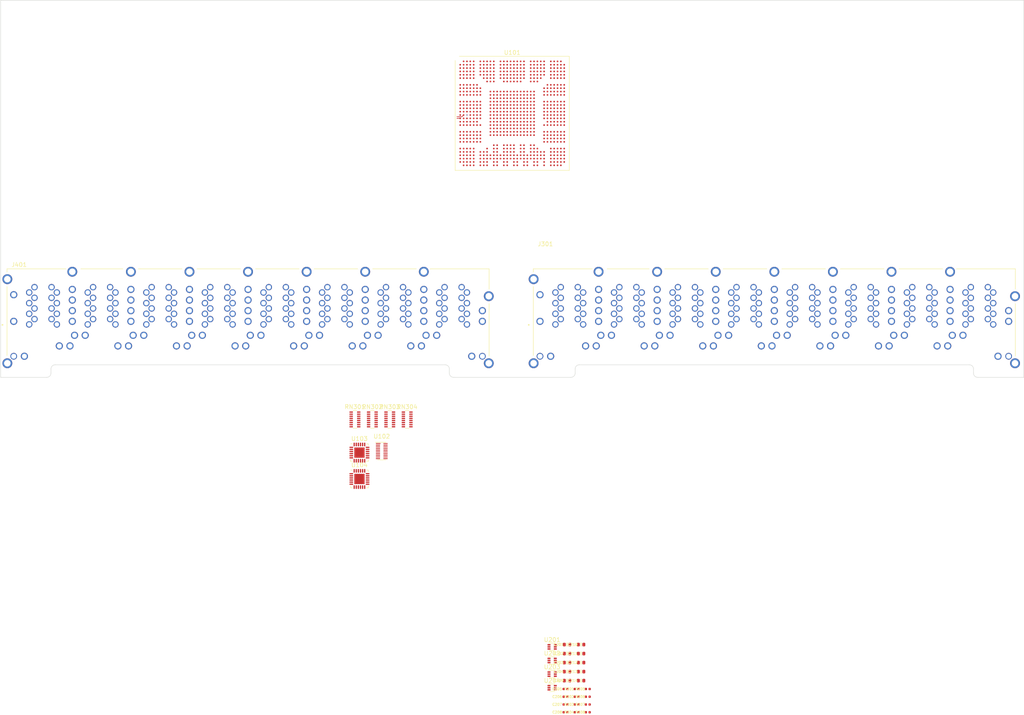
<source format=kicad_pcb>
(kicad_pcb (version 20221018) (generator pcbnew)
  (layers (0 "F.Cu" signal) (1 "In1.Cu" signal) (2 "In2.Cu" signal) (3 "In3.Cu" signal) (4 "In4.Cu" signal) (31 "B.Cu" signal) (34 "B.Paste" user) (35 "F.Paste" user) (36 "B.SilkS" user "B.Silkscreen") (37 "F.SilkS" user "F.Silkscreen") (38 "B.Mask" user) (39 "F.Mask" user) (44 "Edge.Cuts" user))
  (net 0 "")
  (net 1 "Net-(U101G-VCCIO6[4]-PadAA10)")
  (net 2 "GND")
  (net 3 "Net-(U101E-VCCIO3[4]-PadAA23)")
  (net 4 "Net-(U101I-VCCIO8[2]-PadAB10)")
  (net 5 "Net-(U101F-VCCIO4[2]-PadAB23)")
  (net 53 "Net-(U101B-VCCIO0[4]-PadK12)")
  (net 54 "Net-(U101C-VCCIO1[4]-PadK17)")
  (net 57 "Net-(U101H-VCCIO7[4]-PadM10)")
  (net 58 "Net-(U101D-VCCIO2[4]-PadM23)")
  (net 63 "+5V")
  (net 76 "+1V1")
  (net 77 "/Power/FB_1V1")
  (net 78 "+1V5")
  (net 79 "/Power/FB_1V5")
  (net 80 "+2V5")
  (net 81 "/Power/FB_2V5")
  (net 82 "+3V3")
  (net 83 "/Power/FB_3V3")
  (net 244 "/PORT1")
  (net 245 "/PORT2")
  (net 246 "/PORT6")
  (net 247 "/PORT4")
  (net 248 "/PORT5")
  (net 249 "/PORT7")
  (net 250 "/PORT3")
  (net 251 "Net-(U201-SW)")
  (net 253 "Net-(U202-SW)")
  (net 255 "Net-(U203-SW)")
  (net 257 "Net-(U204-SW)")
  (net 427 "/Input Port/LED_Y_1")
  (net 428 "/Input Port/LED_Y_2")
  (net 429 "/Input Port/LED_Y_3")
  (net 430 "/Input Port/LED_Y_4")
  (net 431 "/Input Port/LED_Y_5")
  (net 432 "/Input Port/LED_Y_6")
  (net 433 "/Input Port/LED_Y_7")
  (net 434 "/Input Port/LED_Y_8")
  (net 443 "/Input Port/LED_Y_9")
  (net 444 "/Input Port/LED_Y_10")
  (net 445 "/Input Port/LED_Y_11")
  (net 446 "/Input Port/LED_Y_12")
  (net 447 "/Input Port/LED_Y_13")
  (net 448 "/Input Port/LED_Y_14")
  (net 449 "/Input Port/LED_Y_15")
  (net 450 "/Input Port/LED_Y_16")
  (net 459 "/Input Port/LED_G_1")
  (net 460 "/Input Port/LED_G_2")
  (net 461 "/Input Port/LED_G_3")
  (net 462 "/Input Port/LED_G_4")
  (net 463 "/Input Port/LED_G_5")
  (net 464 "/Input Port/LED_G_6")
  (net 465 "/Input Port/LED_G_7")
  (net 466 "/Input Port/LED_G_8")
  (net 475 "/Input Port/LED_G_9")
  (net 476 "/Input Port/LED_G_10")
  (net 477 "/Input Port/LED_G_11")
  (net 478 "/Input Port/LED_G_12")
  (net 479 "/Input Port/LED_G_13")
  (net 480 "/Input Port/LED_G_14")
  (net 481 "/Input Port/LED_G_15")
  (net 482 "/Input Port/LED_G_16")
  (footprint "Package_SON:USON-20_2x4mm_P0.4mm" (layer "F.Cu") (at 118.8825 170.59)
    (fp_text reference "U102")
    (fp_text value "TXB0108DQSR")
  )
  (footprint "passive:C_0402" (layer "F.Cu") (at 162.716 227.371)
    (fp_text reference "C205")
    (fp_text value "10p")
  )
  (footprint "passive:C_0603" (layer "F.Cu") (at 166.416 223.221)
    (fp_text reference "C213")
    (fp_text value "22u")
  )
  (footprint "connectors:BEL_SS-74500-022" (layer "F.Cu") (at 87 150)
    (fp_text reference "J401")
    (fp_text value "SS-74500-022")
  )
  (footprint "passive:R_0402" (layer "F.Cu") (at 168.016 231.071)
    (fp_text reference "R207")
    (fp_text value "365k")
  )
  (footprint "Resistor_SMD:R_Array_Convex_8x0602" (layer "F.Cu") (at 116.6425 163.04)
    (fp_text reference "RN302")
    (fp_text value "1k")
  )
  (footprint "Package_TO_SOT_SMD:SOT-563" (layer "F.Cu") (at 159.516 223.821)
    (fp_text reference "U203")
    (fp_text value "TLV62569DRL")
  )
  (footprint "passive:C_0603" (layer "F.Cu") (at 163.066 216.771)
    (fp_text reference "C201")
    (fp_text value "4.7u")
  )
  (footprint "Resistor_SMD:R_Array_Convex_8x0602" (layer "F.Cu") (at 112.4925 163.04)
    (fp_text reference "RN301")
    (fp_text value "1k")
  )
  (footprint "Package_TO_SOT_SMD:SOT-563" (layer "F.Cu") (at 159.516 217.321)
    (fp_text reference "U201")
    (fp_text value "TLV62569DRL")
  )
  (footprint "Package_DFN_QFN:WQFN-24-1EP_4x4mm_P0.5mm_EP2.45x2.45mm" (layer "F.Cu") (at 113.5625 177.25)
    (fp_text reference "U104")
    (fp_text value "TCA9535RTWR")
  )
  (footprint "passive:C_0603" (layer "F.Cu") (at 163.066 218.921)
    (fp_text reference "C202")
    (fp_text value "4.7u")
  )
  (footprint "passive:C_0603" (layer "F.Cu") (at 163.066 223.221)
    (fp_text reference "C204")
    (fp_text value "4.7u")
  )
  (footprint "passive:C_0603" (layer "F.Cu") (at 166.416 216.771)
    (fp_text reference "C210")
    (fp_text value "22u")
  )
  (footprint "Package_DFN_QFN:WQFN-24-1EP_4x4mm_P0.5mm_EP2.45x2.45mm" (layer "F.Cu") (at 113.5625 170.96)
    (fp_text reference "U103")
    (fp_text value "TCA9535RTWR")
  )
  (footprint "passive:C_0603" (layer "F.Cu") (at 163.066 221.071)
    (fp_text reference "C203")
    (fp_text value "4.7u")
  )
  (footprint "Package_TO_SOT_SMD:SOT-563" (layer "F.Cu") (at 159.516 227.071)
    (fp_text reference "U204")
    (fp_text value "TLV62569DRL")
  )
  (footprint "passive:R_0402" (layer "F.Cu") (at 168.016 232.921)
    (fp_text reference "R208")
    (fp_text value "82k")
  )
  (footprint "Resistor_SMD:R_Array_Convex_8x0602" (layer "F.Cu") (at 124.9425 163.04)
    (fp_text reference "RN304")
    (fp_text value "1k")
  )
  (footprint "passive:C_0603" (layer "F.Cu") (at 163.066 225.371)
    (fp_text reference "C209")
    (fp_text value "22u")
  )
  (footprint "passive:R_0402" (layer "F.Cu") (at 165.366 229.221)
    (fp_text reference "R202")
    (fp_text value "120k")
  )
  (footprint "passive:C_0603" (layer "F.Cu") (at 166.416 221.071)
    (fp_text reference "C212")
    (fp_text value "22u")
  )
  (footprint "passive:C_0603" (layer "F.Cu") (at 166.416 225.371)
    (fp_text reference "C214")
    (fp_text value "22u")
  )
  (footprint "passive:R_0402" (layer "F.Cu") (at 168.016 229.221)
    (fp_text reference "R206")
    (fp_text value "82k")
  )
  (footprint "Package_TO_SOT_SMD:SOT-563" (layer "F.Cu") (at 159.516 220.571)
    (fp_text reference "U202")
    (fp_text value "TLV62569DRL")
  )
  (footprint "passive:R_0402" (layer "F.Cu") (at 168.016 227.371)
    (fp_text reference "R205")
    (fp_text value "261k")
  )
  (footprint "Resistor_SMD:R_Array_Convex_8x0602" (layer "F.Cu") (at 120.7925 163.04)
    (fp_text reference "RN303")
    (fp_text value "1k")
  )
  (footprint "passive:R_0402" (layer "F.Cu") (at 165.366 232.921)
    (fp_text reference "R204")
    (fp_text value "100k")
  )
  (footprint "passive:R_0402" (layer "F.Cu") (at 165.366 227.371)
    (fp_text reference "R201")
    (fp_text value "100k")
  )
  (footprint "passive:C_0402" (layer "F.Cu") (at 162.716 231.071)
    (fp_text reference "C207")
    (fp_text value "10p")
  )
  (footprint "Package_BGA:Lattice_caBGA-756_27.0x27.0mm_Layout32x32_P0.8mm" (layer "F.Cu") (at 150 90)
    (fp_text reference "U101")
    (fp_text value "ECP5U_85_CABGA756")
  )
  (footprint "passive:C_0603" (layer "F.Cu") (at 166.416 218.921)
    (fp_text reference "C211")
    (fp_text value "22u")
  )
  (footprint "passive:C_0402" (layer "F.Cu") (at 162.716 232.921)
    (fp_text reference "C208")
    (fp_text value "10p")
  )
  (footprint "passive:R_0402" (layer "F.Cu") (at 165.366 231.071)
    (fp_text reference "R203")
    (fp_text value "150k")
  )
  (footprint "connectors:BEL_SS-74500-022" (layer "F.Cu") (at 212.5 150)
    (fp_text reference "J301")
    (fp_text value "SS-74500-022")
  )
  (footprint "passive:C_0402" (layer "F.Cu") (at 162.716 229.221)
    (fp_text reference "C206")
    (fp_text value "10p")
  )
  (gr_arc (start 40 151) (mid 40.292893 150.292893) (end 41 150) (stroke (width 0.1)) (layer "Edge.Cuts"))
  (gr_line (start 28 153) (end 39 153) (stroke (width 0.1)) (layer "Edge.Cuts"))
  (gr_arc (start 165 152) (mid 164.707107 152.707107) (end 164 153) (stroke (width 0.1)) (layer "Edge.Cuts"))
  (gr_line (start 272 63) (end 272 153) (stroke (width 0.1)) (layer "Edge.Cuts"))
  (gr_line (start 165 152) (end 165 151) (stroke (width 0.1)) (layer "Edge.Cuts"))
  (gr_arc (start 136 153) (mid 135.292893 152.707107) (end 135 152) (stroke (width 0.1)) (layer "Edge.Cuts"))
  (gr_arc (start 40 152) (mid 39.707107 152.707107) (end 39 153) (stroke (width 0.1)) (layer "Edge.Cuts"))
  (gr_arc (start 134 150) (mid 134.707107 150.292893) (end 135 151) (stroke (width 0.1)) (layer "Edge.Cuts"))
  (gr_line (start 166 150) (end 259 150) (stroke (width 0.1)) (layer "Edge.Cuts"))
  (gr_arc (start 261 153) (mid 260.292893 152.707107) (end 260 152) (stroke (width 0.1)) (layer "Edge.Cuts"))
  (gr_line (start 260 151) (end 260 152) (stroke (width 0.1)) (layer "Edge.Cuts"))
  (gr_arc (start 165 151) (mid 165.292893 150.292893) (end 166 150) (stroke (width 0.1)) (layer "Edge.Cuts"))
  (gr_line (start 28 153) (end 28 63) (stroke (width 0.1)) (layer "Edge.Cuts"))
  (gr_line (start 40 152) (end 40 151) (stroke (width 0.1)) (layer "Edge.Cuts"))
  (gr_line (start 136 153) (end 164 153) (stroke (width 0.1)) (layer "Edge.Cuts"))
  (gr_arc (start 259 150) (mid 259.707107 150.292893) (end 260 151) (stroke (width 0.1)) (layer "Edge.Cuts"))
  (gr_line (start 135 151) (end 135 152) (stroke (width 0.1)) (layer "Edge.Cuts"))
  (gr_line (start 41 150) (end 134 150) (stroke (width 0.1)) (layer "Edge.Cuts"))
  (gr_line (start 28 63) (end 272 63) (stroke (width 0.1)) (layer "Edge.Cuts"))
  (gr_line (start 272 153) (end 261 153) (stroke (width 0.1)) (layer "Edge.Cuts"))
  (segment (start 138.4 90.4) (end 138 90.8) (width 0.15) (layer "F.Cu") (net 246))
  (segment (start 137.6 91.2) (end 136.8 91.2) (width 0.15) (layer "F.Cu") (net 246))
  (segment (start 138 90.8) (end 136.8 90.8) (width 0.15) (layer "F.Cu") (net 246))
  (via (at 139.2 90.4) (size 0.4) (drill 0.3) (layers "F.Cu" "B.Cu") (net 246))
)
</source>
